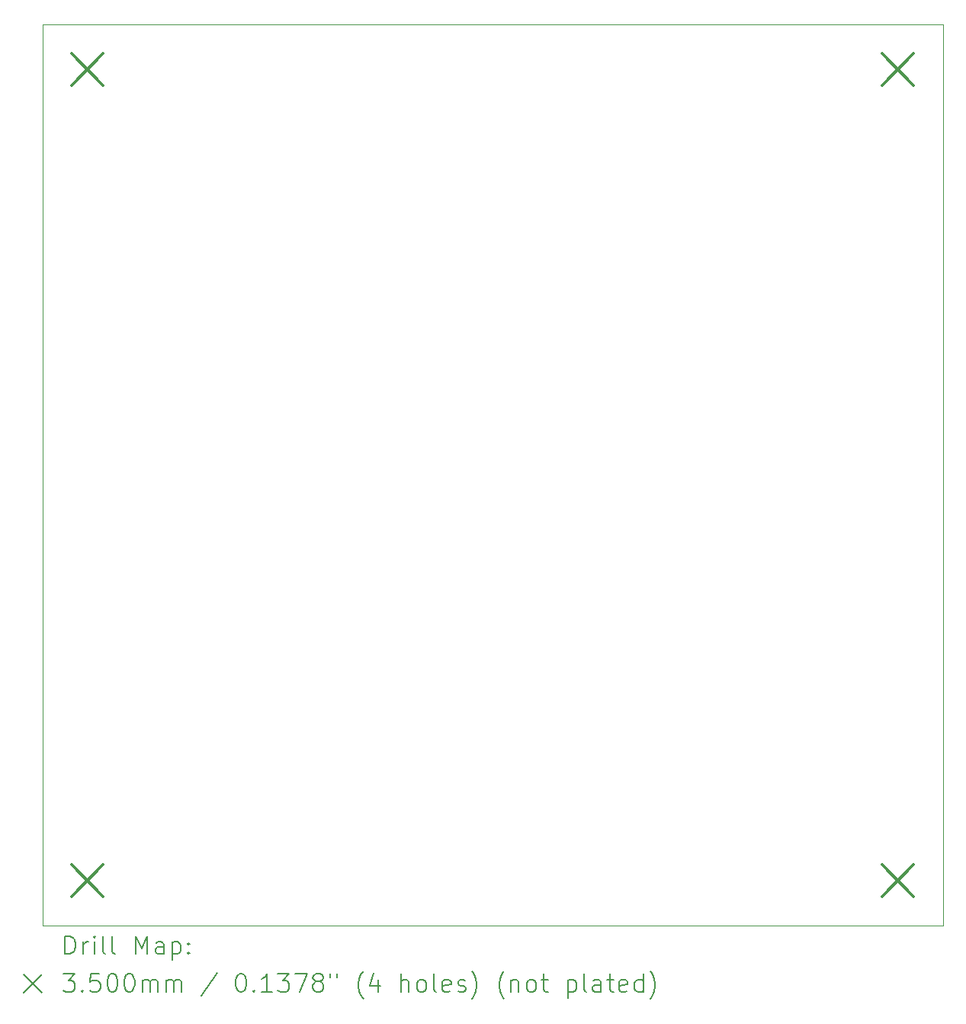
<source format=gbr>
%FSLAX45Y45*%
G04 Gerber Fmt 4.5, Leading zero omitted, Abs format (unit mm)*
G04 Created by KiCad (PCBNEW (6.0.4)) date 2023-02-06 16:45:07*
%MOMM*%
%LPD*%
G01*
G04 APERTURE LIST*
%TA.AperFunction,Profile*%
%ADD10C,0.100000*%
%TD*%
%ADD11C,0.200000*%
%ADD12C,0.350000*%
G04 APERTURE END LIST*
D10*
X24514751Y-4209499D02*
X34514751Y-4209499D01*
X34514751Y-4209499D02*
X34514751Y-14209499D01*
X34514751Y-14209499D02*
X24514751Y-14209499D01*
X24514751Y-14209499D02*
X24514751Y-4209499D01*
D11*
D12*
X24839751Y-4534499D02*
X25189751Y-4884499D01*
X25189751Y-4534499D02*
X24839751Y-4884499D01*
X24839751Y-13534499D02*
X25189751Y-13884499D01*
X25189751Y-13534499D02*
X24839751Y-13884499D01*
X33839751Y-4534499D02*
X34189751Y-4884499D01*
X34189751Y-4534499D02*
X33839751Y-4884499D01*
X33839751Y-13534499D02*
X34189751Y-13884499D01*
X34189751Y-13534499D02*
X33839751Y-13884499D01*
D11*
X24767370Y-14524975D02*
X24767370Y-14324975D01*
X24814989Y-14324975D01*
X24843561Y-14334499D01*
X24862608Y-14353547D01*
X24872132Y-14372594D01*
X24881656Y-14410690D01*
X24881656Y-14439261D01*
X24872132Y-14477356D01*
X24862608Y-14496404D01*
X24843561Y-14515452D01*
X24814989Y-14524975D01*
X24767370Y-14524975D01*
X24967370Y-14524975D02*
X24967370Y-14391642D01*
X24967370Y-14429737D02*
X24976894Y-14410690D01*
X24986418Y-14401166D01*
X25005465Y-14391642D01*
X25024513Y-14391642D01*
X25091180Y-14524975D02*
X25091180Y-14391642D01*
X25091180Y-14324975D02*
X25081656Y-14334499D01*
X25091180Y-14344023D01*
X25100703Y-14334499D01*
X25091180Y-14324975D01*
X25091180Y-14344023D01*
X25214989Y-14524975D02*
X25195941Y-14515452D01*
X25186418Y-14496404D01*
X25186418Y-14324975D01*
X25319751Y-14524975D02*
X25300703Y-14515452D01*
X25291180Y-14496404D01*
X25291180Y-14324975D01*
X25548322Y-14524975D02*
X25548322Y-14324975D01*
X25614989Y-14467833D01*
X25681656Y-14324975D01*
X25681656Y-14524975D01*
X25862608Y-14524975D02*
X25862608Y-14420213D01*
X25853084Y-14401166D01*
X25834037Y-14391642D01*
X25795941Y-14391642D01*
X25776894Y-14401166D01*
X25862608Y-14515452D02*
X25843561Y-14524975D01*
X25795941Y-14524975D01*
X25776894Y-14515452D01*
X25767370Y-14496404D01*
X25767370Y-14477356D01*
X25776894Y-14458309D01*
X25795941Y-14448785D01*
X25843561Y-14448785D01*
X25862608Y-14439261D01*
X25957846Y-14391642D02*
X25957846Y-14591642D01*
X25957846Y-14401166D02*
X25976894Y-14391642D01*
X26014989Y-14391642D01*
X26034037Y-14401166D01*
X26043561Y-14410690D01*
X26053084Y-14429737D01*
X26053084Y-14486880D01*
X26043561Y-14505928D01*
X26034037Y-14515452D01*
X26014989Y-14524975D01*
X25976894Y-14524975D01*
X25957846Y-14515452D01*
X26138799Y-14505928D02*
X26148322Y-14515452D01*
X26138799Y-14524975D01*
X26129275Y-14515452D01*
X26138799Y-14505928D01*
X26138799Y-14524975D01*
X26138799Y-14401166D02*
X26148322Y-14410690D01*
X26138799Y-14420213D01*
X26129275Y-14410690D01*
X26138799Y-14401166D01*
X26138799Y-14420213D01*
X24309751Y-14754499D02*
X24509751Y-14954499D01*
X24509751Y-14754499D02*
X24309751Y-14954499D01*
X24748322Y-14744975D02*
X24872132Y-14744975D01*
X24805465Y-14821166D01*
X24834037Y-14821166D01*
X24853084Y-14830690D01*
X24862608Y-14840213D01*
X24872132Y-14859261D01*
X24872132Y-14906880D01*
X24862608Y-14925928D01*
X24853084Y-14935452D01*
X24834037Y-14944975D01*
X24776894Y-14944975D01*
X24757846Y-14935452D01*
X24748322Y-14925928D01*
X24957846Y-14925928D02*
X24967370Y-14935452D01*
X24957846Y-14944975D01*
X24948322Y-14935452D01*
X24957846Y-14925928D01*
X24957846Y-14944975D01*
X25148322Y-14744975D02*
X25053084Y-14744975D01*
X25043561Y-14840213D01*
X25053084Y-14830690D01*
X25072132Y-14821166D01*
X25119751Y-14821166D01*
X25138799Y-14830690D01*
X25148322Y-14840213D01*
X25157846Y-14859261D01*
X25157846Y-14906880D01*
X25148322Y-14925928D01*
X25138799Y-14935452D01*
X25119751Y-14944975D01*
X25072132Y-14944975D01*
X25053084Y-14935452D01*
X25043561Y-14925928D01*
X25281656Y-14744975D02*
X25300703Y-14744975D01*
X25319751Y-14754499D01*
X25329275Y-14764023D01*
X25338799Y-14783071D01*
X25348322Y-14821166D01*
X25348322Y-14868785D01*
X25338799Y-14906880D01*
X25329275Y-14925928D01*
X25319751Y-14935452D01*
X25300703Y-14944975D01*
X25281656Y-14944975D01*
X25262608Y-14935452D01*
X25253084Y-14925928D01*
X25243561Y-14906880D01*
X25234037Y-14868785D01*
X25234037Y-14821166D01*
X25243561Y-14783071D01*
X25253084Y-14764023D01*
X25262608Y-14754499D01*
X25281656Y-14744975D01*
X25472132Y-14744975D02*
X25491180Y-14744975D01*
X25510227Y-14754499D01*
X25519751Y-14764023D01*
X25529275Y-14783071D01*
X25538799Y-14821166D01*
X25538799Y-14868785D01*
X25529275Y-14906880D01*
X25519751Y-14925928D01*
X25510227Y-14935452D01*
X25491180Y-14944975D01*
X25472132Y-14944975D01*
X25453084Y-14935452D01*
X25443561Y-14925928D01*
X25434037Y-14906880D01*
X25424513Y-14868785D01*
X25424513Y-14821166D01*
X25434037Y-14783071D01*
X25443561Y-14764023D01*
X25453084Y-14754499D01*
X25472132Y-14744975D01*
X25624513Y-14944975D02*
X25624513Y-14811642D01*
X25624513Y-14830690D02*
X25634037Y-14821166D01*
X25653084Y-14811642D01*
X25681656Y-14811642D01*
X25700703Y-14821166D01*
X25710227Y-14840213D01*
X25710227Y-14944975D01*
X25710227Y-14840213D02*
X25719751Y-14821166D01*
X25738799Y-14811642D01*
X25767370Y-14811642D01*
X25786418Y-14821166D01*
X25795941Y-14840213D01*
X25795941Y-14944975D01*
X25891180Y-14944975D02*
X25891180Y-14811642D01*
X25891180Y-14830690D02*
X25900703Y-14821166D01*
X25919751Y-14811642D01*
X25948322Y-14811642D01*
X25967370Y-14821166D01*
X25976894Y-14840213D01*
X25976894Y-14944975D01*
X25976894Y-14840213D02*
X25986418Y-14821166D01*
X26005465Y-14811642D01*
X26034037Y-14811642D01*
X26053084Y-14821166D01*
X26062608Y-14840213D01*
X26062608Y-14944975D01*
X26453084Y-14735452D02*
X26281656Y-14992594D01*
X26710227Y-14744975D02*
X26729275Y-14744975D01*
X26748322Y-14754499D01*
X26757846Y-14764023D01*
X26767370Y-14783071D01*
X26776894Y-14821166D01*
X26776894Y-14868785D01*
X26767370Y-14906880D01*
X26757846Y-14925928D01*
X26748322Y-14935452D01*
X26729275Y-14944975D01*
X26710227Y-14944975D01*
X26691180Y-14935452D01*
X26681656Y-14925928D01*
X26672132Y-14906880D01*
X26662608Y-14868785D01*
X26662608Y-14821166D01*
X26672132Y-14783071D01*
X26681656Y-14764023D01*
X26691180Y-14754499D01*
X26710227Y-14744975D01*
X26862608Y-14925928D02*
X26872132Y-14935452D01*
X26862608Y-14944975D01*
X26853084Y-14935452D01*
X26862608Y-14925928D01*
X26862608Y-14944975D01*
X27062608Y-14944975D02*
X26948322Y-14944975D01*
X27005465Y-14944975D02*
X27005465Y-14744975D01*
X26986418Y-14773547D01*
X26967370Y-14792594D01*
X26948322Y-14802118D01*
X27129275Y-14744975D02*
X27253084Y-14744975D01*
X27186418Y-14821166D01*
X27214989Y-14821166D01*
X27234037Y-14830690D01*
X27243561Y-14840213D01*
X27253084Y-14859261D01*
X27253084Y-14906880D01*
X27243561Y-14925928D01*
X27234037Y-14935452D01*
X27214989Y-14944975D01*
X27157846Y-14944975D01*
X27138799Y-14935452D01*
X27129275Y-14925928D01*
X27319751Y-14744975D02*
X27453084Y-14744975D01*
X27367370Y-14944975D01*
X27557846Y-14830690D02*
X27538799Y-14821166D01*
X27529275Y-14811642D01*
X27519751Y-14792594D01*
X27519751Y-14783071D01*
X27529275Y-14764023D01*
X27538799Y-14754499D01*
X27557846Y-14744975D01*
X27595941Y-14744975D01*
X27614989Y-14754499D01*
X27624513Y-14764023D01*
X27634037Y-14783071D01*
X27634037Y-14792594D01*
X27624513Y-14811642D01*
X27614989Y-14821166D01*
X27595941Y-14830690D01*
X27557846Y-14830690D01*
X27538799Y-14840213D01*
X27529275Y-14849737D01*
X27519751Y-14868785D01*
X27519751Y-14906880D01*
X27529275Y-14925928D01*
X27538799Y-14935452D01*
X27557846Y-14944975D01*
X27595941Y-14944975D01*
X27614989Y-14935452D01*
X27624513Y-14925928D01*
X27634037Y-14906880D01*
X27634037Y-14868785D01*
X27624513Y-14849737D01*
X27614989Y-14840213D01*
X27595941Y-14830690D01*
X27710227Y-14744975D02*
X27710227Y-14783071D01*
X27786418Y-14744975D02*
X27786418Y-14783071D01*
X28081656Y-15021166D02*
X28072132Y-15011642D01*
X28053084Y-14983071D01*
X28043561Y-14964023D01*
X28034037Y-14935452D01*
X28024513Y-14887833D01*
X28024513Y-14849737D01*
X28034037Y-14802118D01*
X28043561Y-14773547D01*
X28053084Y-14754499D01*
X28072132Y-14725928D01*
X28081656Y-14716404D01*
X28243561Y-14811642D02*
X28243561Y-14944975D01*
X28195941Y-14735452D02*
X28148322Y-14878309D01*
X28272132Y-14878309D01*
X28500703Y-14944975D02*
X28500703Y-14744975D01*
X28586418Y-14944975D02*
X28586418Y-14840213D01*
X28576894Y-14821166D01*
X28557846Y-14811642D01*
X28529275Y-14811642D01*
X28510227Y-14821166D01*
X28500703Y-14830690D01*
X28710227Y-14944975D02*
X28691180Y-14935452D01*
X28681656Y-14925928D01*
X28672132Y-14906880D01*
X28672132Y-14849737D01*
X28681656Y-14830690D01*
X28691180Y-14821166D01*
X28710227Y-14811642D01*
X28738799Y-14811642D01*
X28757846Y-14821166D01*
X28767370Y-14830690D01*
X28776894Y-14849737D01*
X28776894Y-14906880D01*
X28767370Y-14925928D01*
X28757846Y-14935452D01*
X28738799Y-14944975D01*
X28710227Y-14944975D01*
X28891180Y-14944975D02*
X28872132Y-14935452D01*
X28862608Y-14916404D01*
X28862608Y-14744975D01*
X29043561Y-14935452D02*
X29024513Y-14944975D01*
X28986418Y-14944975D01*
X28967370Y-14935452D01*
X28957846Y-14916404D01*
X28957846Y-14840213D01*
X28967370Y-14821166D01*
X28986418Y-14811642D01*
X29024513Y-14811642D01*
X29043561Y-14821166D01*
X29053084Y-14840213D01*
X29053084Y-14859261D01*
X28957846Y-14878309D01*
X29129275Y-14935452D02*
X29148322Y-14944975D01*
X29186418Y-14944975D01*
X29205465Y-14935452D01*
X29214989Y-14916404D01*
X29214989Y-14906880D01*
X29205465Y-14887833D01*
X29186418Y-14878309D01*
X29157846Y-14878309D01*
X29138799Y-14868785D01*
X29129275Y-14849737D01*
X29129275Y-14840213D01*
X29138799Y-14821166D01*
X29157846Y-14811642D01*
X29186418Y-14811642D01*
X29205465Y-14821166D01*
X29281656Y-15021166D02*
X29291180Y-15011642D01*
X29310227Y-14983071D01*
X29319751Y-14964023D01*
X29329275Y-14935452D01*
X29338799Y-14887833D01*
X29338799Y-14849737D01*
X29329275Y-14802118D01*
X29319751Y-14773547D01*
X29310227Y-14754499D01*
X29291180Y-14725928D01*
X29281656Y-14716404D01*
X29643561Y-15021166D02*
X29634037Y-15011642D01*
X29614989Y-14983071D01*
X29605465Y-14964023D01*
X29595941Y-14935452D01*
X29586418Y-14887833D01*
X29586418Y-14849737D01*
X29595941Y-14802118D01*
X29605465Y-14773547D01*
X29614989Y-14754499D01*
X29634037Y-14725928D01*
X29643561Y-14716404D01*
X29719751Y-14811642D02*
X29719751Y-14944975D01*
X29719751Y-14830690D02*
X29729275Y-14821166D01*
X29748322Y-14811642D01*
X29776894Y-14811642D01*
X29795941Y-14821166D01*
X29805465Y-14840213D01*
X29805465Y-14944975D01*
X29929275Y-14944975D02*
X29910227Y-14935452D01*
X29900703Y-14925928D01*
X29891180Y-14906880D01*
X29891180Y-14849737D01*
X29900703Y-14830690D01*
X29910227Y-14821166D01*
X29929275Y-14811642D01*
X29957846Y-14811642D01*
X29976894Y-14821166D01*
X29986418Y-14830690D01*
X29995941Y-14849737D01*
X29995941Y-14906880D01*
X29986418Y-14925928D01*
X29976894Y-14935452D01*
X29957846Y-14944975D01*
X29929275Y-14944975D01*
X30053084Y-14811642D02*
X30129275Y-14811642D01*
X30081656Y-14744975D02*
X30081656Y-14916404D01*
X30091180Y-14935452D01*
X30110227Y-14944975D01*
X30129275Y-14944975D01*
X30348322Y-14811642D02*
X30348322Y-15011642D01*
X30348322Y-14821166D02*
X30367370Y-14811642D01*
X30405465Y-14811642D01*
X30424513Y-14821166D01*
X30434037Y-14830690D01*
X30443561Y-14849737D01*
X30443561Y-14906880D01*
X30434037Y-14925928D01*
X30424513Y-14935452D01*
X30405465Y-14944975D01*
X30367370Y-14944975D01*
X30348322Y-14935452D01*
X30557846Y-14944975D02*
X30538799Y-14935452D01*
X30529275Y-14916404D01*
X30529275Y-14744975D01*
X30719751Y-14944975D02*
X30719751Y-14840213D01*
X30710227Y-14821166D01*
X30691180Y-14811642D01*
X30653084Y-14811642D01*
X30634037Y-14821166D01*
X30719751Y-14935452D02*
X30700703Y-14944975D01*
X30653084Y-14944975D01*
X30634037Y-14935452D01*
X30624513Y-14916404D01*
X30624513Y-14897356D01*
X30634037Y-14878309D01*
X30653084Y-14868785D01*
X30700703Y-14868785D01*
X30719751Y-14859261D01*
X30786418Y-14811642D02*
X30862608Y-14811642D01*
X30814989Y-14744975D02*
X30814989Y-14916404D01*
X30824513Y-14935452D01*
X30843561Y-14944975D01*
X30862608Y-14944975D01*
X31005465Y-14935452D02*
X30986418Y-14944975D01*
X30948322Y-14944975D01*
X30929275Y-14935452D01*
X30919751Y-14916404D01*
X30919751Y-14840213D01*
X30929275Y-14821166D01*
X30948322Y-14811642D01*
X30986418Y-14811642D01*
X31005465Y-14821166D01*
X31014989Y-14840213D01*
X31014989Y-14859261D01*
X30919751Y-14878309D01*
X31186418Y-14944975D02*
X31186418Y-14744975D01*
X31186418Y-14935452D02*
X31167370Y-14944975D01*
X31129275Y-14944975D01*
X31110227Y-14935452D01*
X31100703Y-14925928D01*
X31091180Y-14906880D01*
X31091180Y-14849737D01*
X31100703Y-14830690D01*
X31110227Y-14821166D01*
X31129275Y-14811642D01*
X31167370Y-14811642D01*
X31186418Y-14821166D01*
X31262608Y-15021166D02*
X31272132Y-15011642D01*
X31291180Y-14983071D01*
X31300703Y-14964023D01*
X31310227Y-14935452D01*
X31319751Y-14887833D01*
X31319751Y-14849737D01*
X31310227Y-14802118D01*
X31300703Y-14773547D01*
X31291180Y-14754499D01*
X31272132Y-14725928D01*
X31262608Y-14716404D01*
M02*

</source>
